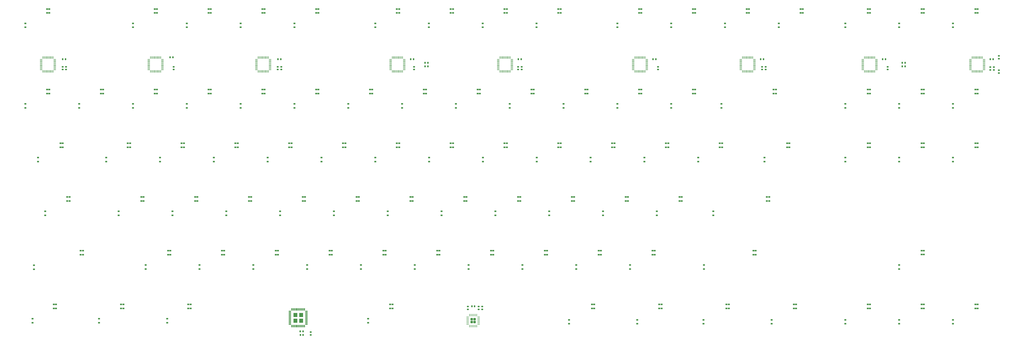
<source format=gtp>
G04 #@! TF.GenerationSoftware,KiCad,Pcbnew,(6.0.5)*
G04 #@! TF.CreationDate,2022-10-12T22:06:10+02:00*
G04 #@! TF.ProjectId,vakeyboard,76616b65-7962-46f6-9172-642e6b696361,rev?*
G04 #@! TF.SameCoordinates,Original*
G04 #@! TF.FileFunction,Paste,Top*
G04 #@! TF.FilePolarity,Positive*
%FSLAX46Y46*%
G04 Gerber Fmt 4.6, Leading zero omitted, Abs format (unit mm)*
G04 Created by KiCad (PCBNEW (6.0.5)) date 2022-10-12 22:06:10*
%MOMM*%
%LPD*%
G01*
G04 APERTURE LIST*
G04 Aperture macros list*
%AMRoundRect*
0 Rectangle with rounded corners*
0 $1 Rounding radius*
0 $2 $3 $4 $5 $6 $7 $8 $9 X,Y pos of 4 corners*
0 Add a 4 corners polygon primitive as box body*
4,1,4,$2,$3,$4,$5,$6,$7,$8,$9,$2,$3,0*
0 Add four circle primitives for the rounded corners*
1,1,$1+$1,$2,$3*
1,1,$1+$1,$4,$5*
1,1,$1+$1,$6,$7*
1,1,$1+$1,$8,$9*
0 Add four rect primitives between the rounded corners*
20,1,$1+$1,$2,$3,$4,$5,0*
20,1,$1+$1,$4,$5,$6,$7,0*
20,1,$1+$1,$6,$7,$8,$9,0*
20,1,$1+$1,$8,$9,$2,$3,0*%
G04 Aperture macros list end*
%ADD10C,0.010000*%
%ADD11RoundRect,0.008100X0.421900X0.126900X-0.421900X0.126900X-0.421900X-0.126900X0.421900X-0.126900X0*%
%ADD12RoundRect,0.008100X-0.126900X0.421900X-0.126900X-0.421900X0.126900X-0.421900X0.126900X0.421900X0*%
%ADD13RoundRect,0.135000X-0.185000X0.135000X-0.185000X-0.135000X0.185000X-0.135000X0.185000X0.135000X0*%
%ADD14R,0.700000X0.600000*%
%ADD15R,0.650000X0.600000*%
%ADD16RoundRect,0.140000X-0.170000X0.140000X-0.170000X-0.140000X0.170000X-0.140000X0.170000X0.140000X0*%
%ADD17RoundRect,0.135000X0.185000X-0.135000X0.185000X0.135000X-0.185000X0.135000X-0.185000X-0.135000X0*%
%ADD18RoundRect,0.062500X-0.350000X-0.062500X0.350000X-0.062500X0.350000X0.062500X-0.350000X0.062500X0*%
%ADD19RoundRect,0.062500X-0.062500X-0.350000X0.062500X-0.350000X0.062500X0.350000X-0.062500X0.350000X0*%
%ADD20RoundRect,0.135000X0.135000X0.185000X-0.135000X0.185000X-0.135000X-0.185000X0.135000X-0.185000X0*%
%ADD21RoundRect,0.212500X-0.212500X-0.212500X0.212500X-0.212500X0.212500X0.212500X-0.212500X0.212500X0*%
%ADD22RoundRect,0.062500X-0.375000X-0.062500X0.375000X-0.062500X0.375000X0.062500X-0.375000X0.062500X0*%
%ADD23RoundRect,0.062500X-0.062500X-0.375000X0.062500X-0.375000X0.062500X0.375000X-0.062500X0.375000X0*%
%ADD24RoundRect,0.135000X-0.135000X-0.185000X0.135000X-0.185000X0.135000X0.185000X-0.135000X0.185000X0*%
%ADD25RoundRect,0.140000X0.140000X0.170000X-0.140000X0.170000X-0.140000X-0.170000X0.140000X-0.170000X0*%
%ADD26RoundRect,0.140000X-0.140000X-0.170000X0.140000X-0.170000X0.140000X0.170000X-0.140000X0.170000X0*%
G04 APERTURE END LIST*
G36*
X124994000Y-198655000D02*
G01*
X123694000Y-198655000D01*
X123694000Y-197355000D01*
X124994000Y-197355000D01*
X124994000Y-198655000D01*
G37*
D10*
X124994000Y-198655000D02*
X123694000Y-198655000D01*
X123694000Y-197355000D01*
X124994000Y-197355000D01*
X124994000Y-198655000D01*
G36*
X124994000Y-200705000D02*
G01*
X123694000Y-200705000D01*
X123694000Y-199405000D01*
X124994000Y-199405000D01*
X124994000Y-200705000D01*
G37*
X124994000Y-200705000D02*
X123694000Y-200705000D01*
X123694000Y-199405000D01*
X124994000Y-199405000D01*
X124994000Y-200705000D01*
G36*
X127044000Y-200705000D02*
G01*
X125744000Y-200705000D01*
X125744000Y-199405000D01*
X127044000Y-199405000D01*
X127044000Y-200705000D01*
G37*
X127044000Y-200705000D02*
X125744000Y-200705000D01*
X125744000Y-199405000D01*
X127044000Y-199405000D01*
X127044000Y-200705000D01*
G36*
X127044000Y-198655000D02*
G01*
X125744000Y-198655000D01*
X125744000Y-197355000D01*
X127044000Y-197355000D01*
X127044000Y-198655000D01*
G37*
X127044000Y-198655000D02*
X125744000Y-198655000D01*
X125744000Y-197355000D01*
X127044000Y-197355000D01*
X127044000Y-198655000D01*
D11*
X128304000Y-201280000D03*
X128304000Y-200780000D03*
X128304000Y-200280000D03*
X128304000Y-199780000D03*
X128304000Y-199280000D03*
X128304000Y-198780000D03*
X128304000Y-198280000D03*
X128304000Y-197780000D03*
X128304000Y-197280000D03*
X128304000Y-196780000D03*
D12*
X127619000Y-196095000D03*
X127119000Y-196095000D03*
X126619000Y-196095000D03*
X126119000Y-196095000D03*
X125619000Y-196095000D03*
X125119000Y-196095000D03*
X124619000Y-196095000D03*
X124119000Y-196095000D03*
X123619000Y-196095000D03*
X123119000Y-196095000D03*
D11*
X122434000Y-196780000D03*
X122434000Y-197280000D03*
X122434000Y-197780000D03*
X122434000Y-198280000D03*
X122434000Y-198780000D03*
X122434000Y-199280000D03*
X122434000Y-199780000D03*
X122434000Y-200280000D03*
X122434000Y-200780000D03*
X122434000Y-201280000D03*
D12*
X123119000Y-201965000D03*
X123619000Y-201965000D03*
X124119000Y-201965000D03*
X124619000Y-201965000D03*
X125119000Y-201965000D03*
X125619000Y-201965000D03*
X126119000Y-201965000D03*
X126619000Y-201965000D03*
X127119000Y-201965000D03*
X127619000Y-201965000D03*
D13*
X129814000Y-204108000D03*
X129814000Y-205128000D03*
D14*
X223774000Y-180355000D03*
X223774000Y-181755000D03*
X204724000Y-180355000D03*
X204724000Y-181755000D03*
X47874000Y-123205000D03*
X47874000Y-124605000D03*
X66924000Y-123205000D03*
X66924000Y-124605000D03*
X85974000Y-123205000D03*
X85974000Y-124605000D03*
X105024000Y-123205000D03*
X105024000Y-124605000D03*
X124074000Y-123205000D03*
X124074000Y-124605000D03*
X143124000Y-123205000D03*
X143124000Y-124605000D03*
X162174000Y-123205000D03*
X162174000Y-124605000D03*
X181224000Y-123205000D03*
X181224000Y-124605000D03*
X200274000Y-123205000D03*
X200274000Y-124605000D03*
X219324000Y-123205000D03*
X219324000Y-124605000D03*
X252359000Y-161305000D03*
X252359000Y-162705000D03*
X242824000Y-180355000D03*
X242824000Y-181755000D03*
X233309000Y-161305000D03*
X233309000Y-162705000D03*
X247909000Y-142255000D03*
X247909000Y-143655000D03*
X290454000Y-142255000D03*
X290454000Y-143655000D03*
X266959000Y-142255000D03*
X266959000Y-143655000D03*
X61859000Y-161305000D03*
X61859000Y-162705000D03*
X147574000Y-180355000D03*
X147574000Y-181755000D03*
X275209000Y-123205000D03*
X275209000Y-124605000D03*
X109474000Y-180355000D03*
X109474000Y-181755000D03*
X35819000Y-161305000D03*
X35819000Y-162705000D03*
X99959000Y-161305000D03*
X99959000Y-162705000D03*
X319019000Y-142255000D03*
X319019000Y-143655000D03*
X338069000Y-199753000D03*
X338069000Y-201153000D03*
X95509000Y-142255000D03*
X95509000Y-143655000D03*
X338069000Y-142255000D03*
X338069000Y-143655000D03*
X272288000Y-161305000D03*
X272288000Y-162705000D03*
X257424000Y-123205000D03*
X257424000Y-124605000D03*
X28824000Y-94630000D03*
X28824000Y-96030000D03*
X66919000Y-94630000D03*
X66919000Y-96030000D03*
X85974000Y-94630000D03*
X85974000Y-96030000D03*
X105024000Y-94630000D03*
X105024000Y-96030000D03*
X124074000Y-94630000D03*
X124074000Y-96030000D03*
X152659000Y-94630000D03*
X152659000Y-96030000D03*
X171684000Y-94630000D03*
X171684000Y-96030000D03*
X190734000Y-94630000D03*
X190734000Y-96030000D03*
X209784000Y-94630000D03*
X209784000Y-96030000D03*
X238394000Y-94630000D03*
X238394000Y-96030000D03*
X257439000Y-94630000D03*
X257439000Y-96030000D03*
X276489000Y-94630000D03*
X276489000Y-96030000D03*
X295539000Y-94630000D03*
X295539000Y-96030000D03*
X119009000Y-161305000D03*
X119009000Y-162705000D03*
X268864000Y-199753000D03*
X268864000Y-201153000D03*
X138059000Y-161305000D03*
X138059000Y-162705000D03*
X157109000Y-161305000D03*
X157109000Y-162705000D03*
X338069000Y-123205000D03*
X338069000Y-124605000D03*
X190759000Y-142255000D03*
X190759000Y-143655000D03*
X319019000Y-123205000D03*
X319019000Y-124605000D03*
X176159000Y-161305000D03*
X176159000Y-162705000D03*
X195209000Y-161305000D03*
X195209000Y-162705000D03*
X214259000Y-161305000D03*
X214259000Y-162705000D03*
X54869000Y-199405000D03*
X54869000Y-200805000D03*
X31374000Y-199405000D03*
X31374000Y-200805000D03*
X319019000Y-199753000D03*
X319019000Y-201153000D03*
X31877000Y-180402000D03*
X31877000Y-181802000D03*
X78999000Y-199405000D03*
X78999000Y-200805000D03*
X185674000Y-180355000D03*
X185674000Y-181755000D03*
X238374000Y-123205000D03*
X238374000Y-124605000D03*
X166624000Y-180355000D03*
X166624000Y-181755000D03*
X209809000Y-142255000D03*
X209809000Y-143655000D03*
X228859000Y-142255000D03*
X228859000Y-143655000D03*
X357119000Y-94630000D03*
X357119000Y-96030000D03*
X357119000Y-142255000D03*
X357119000Y-143655000D03*
X357119000Y-123205000D03*
X357119000Y-124605000D03*
X319019000Y-94630000D03*
X319019000Y-96030000D03*
X57409000Y-142255000D03*
X57409000Y-143655000D03*
X114559000Y-142255000D03*
X114559000Y-143655000D03*
X245369000Y-199753000D03*
X245369000Y-201153000D03*
X292994000Y-199753000D03*
X292994000Y-201153000D03*
X357119000Y-199753000D03*
X357119000Y-201153000D03*
X268986000Y-180355000D03*
X268986000Y-181755000D03*
X221239000Y-199753000D03*
X221239000Y-201153000D03*
X80909000Y-161305000D03*
X80909000Y-162705000D03*
X338069000Y-94630000D03*
X338069000Y-96030000D03*
X150119000Y-199405000D03*
X150119000Y-200805000D03*
X133609000Y-142255000D03*
X133609000Y-143655000D03*
X33274000Y-142255000D03*
X33274000Y-143655000D03*
X28824000Y-123205000D03*
X28824000Y-124605000D03*
X171709000Y-142255000D03*
X171709000Y-143655000D03*
X338069000Y-180355000D03*
X338069000Y-181755000D03*
X128524000Y-180355000D03*
X128524000Y-181755000D03*
X76459000Y-142255000D03*
X76459000Y-143655000D03*
X90424000Y-180355000D03*
X90424000Y-181755000D03*
X152659000Y-142255000D03*
X152659000Y-143655000D03*
X71374000Y-180355000D03*
X71374000Y-181755000D03*
D15*
X231765000Y-175270000D03*
X231765000Y-176670000D03*
X232565000Y-175270000D03*
X232565000Y-176670000D03*
X260345000Y-156220000D03*
X260345000Y-157620000D03*
X261145000Y-156220000D03*
X261145000Y-157620000D03*
X250815000Y-175270000D03*
X250815000Y-176670000D03*
X251615000Y-175270000D03*
X251615000Y-176670000D03*
X241295000Y-156220000D03*
X241295000Y-157620000D03*
X242095000Y-156220000D03*
X242095000Y-157620000D03*
X255580000Y-137170000D03*
X255580000Y-138570000D03*
X256380000Y-137170000D03*
X256380000Y-138570000D03*
X298445000Y-137170000D03*
X298445000Y-138570000D03*
X299245000Y-137170000D03*
X299245000Y-138570000D03*
X274630000Y-137170000D03*
X274630000Y-138570000D03*
X275430000Y-137170000D03*
X275430000Y-138570000D03*
X69845000Y-156220000D03*
X69845000Y-157620000D03*
X70645000Y-156220000D03*
X70645000Y-157620000D03*
X155565000Y-175270000D03*
X155565000Y-176670000D03*
X156365000Y-175270000D03*
X156365000Y-176670000D03*
X293680000Y-118120000D03*
X293680000Y-119520000D03*
X294480000Y-118120000D03*
X294480000Y-119520000D03*
X117465000Y-175270000D03*
X117465000Y-176670000D03*
X118265000Y-175270000D03*
X118265000Y-176670000D03*
X43650000Y-156220000D03*
X43650000Y-157620000D03*
X44450000Y-156220000D03*
X44450000Y-157620000D03*
X212715000Y-175270000D03*
X212715000Y-176670000D03*
X213515000Y-175270000D03*
X213515000Y-176670000D03*
X107945000Y-156220000D03*
X107945000Y-157620000D03*
X108745000Y-156220000D03*
X108745000Y-157620000D03*
X327000000Y-137170000D03*
X327000000Y-138570000D03*
X327800000Y-137170000D03*
X327800000Y-138570000D03*
X346050000Y-194320000D03*
X346050000Y-195720000D03*
X346850000Y-194320000D03*
X346850000Y-195720000D03*
X103180000Y-137170000D03*
X103180000Y-138570000D03*
X103980000Y-137170000D03*
X103980000Y-138570000D03*
X188900000Y-118120000D03*
X188900000Y-119520000D03*
X189700000Y-118120000D03*
X189700000Y-119520000D03*
X346050000Y-137170000D03*
X346050000Y-138570000D03*
X346850000Y-137170000D03*
X346850000Y-138570000D03*
X291300000Y-156220000D03*
X291300000Y-157620000D03*
X292100000Y-156220000D03*
X292100000Y-157620000D03*
X265100000Y-118120000D03*
X265100000Y-119520000D03*
X265900000Y-118120000D03*
X265900000Y-119520000D03*
X36500000Y-89550000D03*
X36500000Y-90950000D03*
X37300000Y-89550000D03*
X37300000Y-90950000D03*
X74600000Y-89550000D03*
X74600000Y-90950000D03*
X75400000Y-89550000D03*
X75400000Y-90950000D03*
X93650000Y-89550000D03*
X93650000Y-90950000D03*
X94450000Y-89550000D03*
X94450000Y-90950000D03*
X112700000Y-89550000D03*
X112700000Y-90950000D03*
X113500000Y-89550000D03*
X113500000Y-90950000D03*
X131750000Y-89550000D03*
X131750000Y-90950000D03*
X132550000Y-89550000D03*
X132550000Y-90950000D03*
X160327500Y-89550000D03*
X160327500Y-90950000D03*
X161127500Y-89550000D03*
X161127500Y-90950000D03*
X179377500Y-89550000D03*
X179377500Y-90950000D03*
X180177500Y-89550000D03*
X180177500Y-90950000D03*
X198427500Y-89550000D03*
X198427500Y-90950000D03*
X199227500Y-89550000D03*
X199227500Y-90950000D03*
X217477500Y-89550000D03*
X217477500Y-90950000D03*
X218277500Y-89550000D03*
X218277500Y-90950000D03*
X246055000Y-89550000D03*
X246055000Y-90950000D03*
X246855000Y-89550000D03*
X246855000Y-90950000D03*
X265105000Y-89550000D03*
X265105000Y-90950000D03*
X265905000Y-89550000D03*
X265905000Y-90950000D03*
X284155000Y-89550000D03*
X284155000Y-90950000D03*
X284955000Y-89550000D03*
X284955000Y-90950000D03*
X303205000Y-89550000D03*
X303205000Y-90950000D03*
X304005000Y-89550000D03*
X304005000Y-90950000D03*
X126995000Y-156220000D03*
X126995000Y-157620000D03*
X127795000Y-156220000D03*
X127795000Y-157620000D03*
X131750000Y-118120000D03*
X131750000Y-119520000D03*
X132550000Y-118120000D03*
X132550000Y-119520000D03*
X277010000Y-194320000D03*
X277010000Y-195720000D03*
X277810000Y-194320000D03*
X277810000Y-195720000D03*
X112700000Y-118120000D03*
X112700000Y-119520000D03*
X113500000Y-118120000D03*
X113500000Y-119520000D03*
X146045000Y-156220000D03*
X146045000Y-157620000D03*
X146845000Y-156220000D03*
X146845000Y-157620000D03*
X165095000Y-156220000D03*
X165095000Y-157620000D03*
X165895000Y-156220000D03*
X165895000Y-157620000D03*
X346050000Y-118120000D03*
X346050000Y-119520000D03*
X346850000Y-118120000D03*
X346850000Y-119520000D03*
X198430000Y-137170000D03*
X198430000Y-138570000D03*
X199230000Y-137170000D03*
X199230000Y-138570000D03*
X327000000Y-118120000D03*
X327000000Y-119520000D03*
X327800000Y-118120000D03*
X327800000Y-119520000D03*
X184145000Y-156220000D03*
X184145000Y-157620000D03*
X184945000Y-156220000D03*
X184945000Y-157620000D03*
X203195000Y-156220000D03*
X203195000Y-157620000D03*
X203995000Y-156220000D03*
X203995000Y-157620000D03*
X222245000Y-156220000D03*
X222245000Y-157620000D03*
X223045000Y-156220000D03*
X223045000Y-157620000D03*
X62700000Y-194320000D03*
X62700000Y-195720000D03*
X63500000Y-194320000D03*
X63500000Y-195720000D03*
X38890000Y-194320000D03*
X38890000Y-195720000D03*
X39690000Y-194320000D03*
X39690000Y-195720000D03*
X327000000Y-194320000D03*
X327000000Y-195720000D03*
X327800000Y-194320000D03*
X327800000Y-195720000D03*
X48410000Y-175270000D03*
X48410000Y-176670000D03*
X49210000Y-175270000D03*
X49210000Y-176670000D03*
X86510000Y-194320000D03*
X86510000Y-195720000D03*
X87310000Y-194320000D03*
X87310000Y-195720000D03*
X193665000Y-175270000D03*
X193665000Y-176670000D03*
X194465000Y-175270000D03*
X194465000Y-176670000D03*
X246050000Y-118120000D03*
X246050000Y-119520000D03*
X246850000Y-118120000D03*
X246850000Y-119520000D03*
X174615000Y-175270000D03*
X174615000Y-176670000D03*
X175415000Y-175270000D03*
X175415000Y-176670000D03*
X207950000Y-118120000D03*
X207950000Y-119520000D03*
X208750000Y-118120000D03*
X208750000Y-119520000D03*
X217480000Y-137170000D03*
X217480000Y-138570000D03*
X218280000Y-137170000D03*
X218280000Y-138570000D03*
X55550000Y-118120000D03*
X55550000Y-119520000D03*
X56350000Y-118120000D03*
X56350000Y-119520000D03*
X236530000Y-137170000D03*
X236530000Y-138570000D03*
X237330000Y-137170000D03*
X237330000Y-138570000D03*
X365100000Y-89550000D03*
X365100000Y-90950000D03*
X365900000Y-89550000D03*
X365900000Y-90950000D03*
X365100000Y-137170000D03*
X365100000Y-138570000D03*
X365900000Y-137170000D03*
X365900000Y-138570000D03*
X365100000Y-118120000D03*
X365100000Y-119520000D03*
X365900000Y-118120000D03*
X365900000Y-119520000D03*
X327000000Y-89550000D03*
X327000000Y-90950000D03*
X327800000Y-89550000D03*
X327800000Y-90950000D03*
X65080000Y-137170000D03*
X65080000Y-138570000D03*
X65880000Y-137170000D03*
X65880000Y-138570000D03*
X122230000Y-137170000D03*
X122230000Y-138570000D03*
X123030000Y-137170000D03*
X123030000Y-138570000D03*
X253200000Y-194320000D03*
X253200000Y-195720000D03*
X254000000Y-194320000D03*
X254000000Y-195720000D03*
X300820000Y-194320000D03*
X300820000Y-195720000D03*
X301620000Y-194320000D03*
X301620000Y-195720000D03*
X286535000Y-175270000D03*
X286535000Y-176670000D03*
X287335000Y-175270000D03*
X287335000Y-176670000D03*
X229390000Y-194320000D03*
X229390000Y-195720000D03*
X230190000Y-194320000D03*
X230190000Y-195720000D03*
X88895000Y-156220000D03*
X88895000Y-157620000D03*
X89695000Y-156220000D03*
X89695000Y-157620000D03*
X346050000Y-89550000D03*
X346050000Y-90950000D03*
X346850000Y-89550000D03*
X346850000Y-90950000D03*
X169850000Y-118120000D03*
X169850000Y-119520000D03*
X170650000Y-118120000D03*
X170650000Y-119520000D03*
X150800000Y-118120000D03*
X150800000Y-119520000D03*
X151600000Y-118120000D03*
X151600000Y-119520000D03*
X157950000Y-194320000D03*
X157950000Y-195720000D03*
X158750000Y-194320000D03*
X158750000Y-195720000D03*
X141280000Y-137170000D03*
X141280000Y-138570000D03*
X142080000Y-137170000D03*
X142080000Y-138570000D03*
X41265000Y-137170000D03*
X41265000Y-138570000D03*
X42065000Y-137170000D03*
X42065000Y-138570000D03*
X93650000Y-118120000D03*
X93650000Y-119520000D03*
X94450000Y-118120000D03*
X94450000Y-119520000D03*
X36500000Y-118120000D03*
X36500000Y-119520000D03*
X37300000Y-118120000D03*
X37300000Y-119520000D03*
X74600000Y-118120000D03*
X74600000Y-119520000D03*
X75400000Y-118120000D03*
X75400000Y-119520000D03*
X179380000Y-137170000D03*
X179380000Y-138570000D03*
X180180000Y-137170000D03*
X180180000Y-138570000D03*
X346050000Y-175230000D03*
X346050000Y-176630000D03*
X346850000Y-175230000D03*
X346850000Y-176630000D03*
X136515000Y-175270000D03*
X136515000Y-176670000D03*
X137315000Y-175270000D03*
X137315000Y-176670000D03*
X84130000Y-137170000D03*
X84130000Y-138570000D03*
X84930000Y-137170000D03*
X84930000Y-138570000D03*
X98415000Y-175270000D03*
X98415000Y-176670000D03*
X99215000Y-175270000D03*
X99215000Y-176670000D03*
X160330000Y-137170000D03*
X160330000Y-138570000D03*
X161130000Y-137170000D03*
X161130000Y-138570000D03*
X79365000Y-175270000D03*
X79365000Y-176670000D03*
X80165000Y-175270000D03*
X80165000Y-176670000D03*
X227000000Y-118120000D03*
X227000000Y-119520000D03*
X227800000Y-118120000D03*
X227800000Y-119520000D03*
X365100000Y-194320000D03*
X365100000Y-195720000D03*
X365900000Y-194320000D03*
X365900000Y-195720000D03*
D16*
X290830000Y-110010000D03*
X290830000Y-110970000D03*
D17*
X373380000Y-112270000D03*
X373380000Y-111250000D03*
D18*
X158062500Y-107420000D03*
X158062500Y-107820000D03*
X158062500Y-108220000D03*
X158062500Y-108620000D03*
X158062500Y-109020000D03*
X158062500Y-109420000D03*
X158062500Y-109820000D03*
X158062500Y-110220000D03*
X158062500Y-110620000D03*
X158062500Y-111020000D03*
D19*
X158700000Y-111657500D03*
X159100000Y-111657500D03*
X159500000Y-111657500D03*
X159900000Y-111657500D03*
X160300000Y-111657500D03*
X160700000Y-111657500D03*
X161100000Y-111657500D03*
X161500000Y-111657500D03*
X161900000Y-111657500D03*
X162300000Y-111657500D03*
D18*
X162937500Y-111020000D03*
X162937500Y-110620000D03*
X162937500Y-110220000D03*
X162937500Y-109820000D03*
X162937500Y-109420000D03*
X162937500Y-109020000D03*
X162937500Y-108620000D03*
X162937500Y-108220000D03*
X162937500Y-107820000D03*
X162937500Y-107420000D03*
D19*
X162300000Y-106782500D03*
X161900000Y-106782500D03*
X161500000Y-106782500D03*
X161100000Y-106782500D03*
X160700000Y-106782500D03*
X160300000Y-106782500D03*
X159900000Y-106782500D03*
X159500000Y-106782500D03*
X159100000Y-106782500D03*
X158700000Y-106782500D03*
D16*
X334010000Y-110010000D03*
X334010000Y-110970000D03*
D20*
X290070000Y-107315000D03*
X289050000Y-107315000D03*
D18*
X363322500Y-107420000D03*
X363322500Y-107820000D03*
X363322500Y-108220000D03*
X363322500Y-108620000D03*
X363322500Y-109020000D03*
X363322500Y-109420000D03*
X363322500Y-109820000D03*
X363322500Y-110220000D03*
X363322500Y-110620000D03*
X363322500Y-111020000D03*
D19*
X363960000Y-111657500D03*
X364360000Y-111657500D03*
X364760000Y-111657500D03*
X365160000Y-111657500D03*
X365560000Y-111657500D03*
X365960000Y-111657500D03*
X366360000Y-111657500D03*
X366760000Y-111657500D03*
X367160000Y-111657500D03*
X367560000Y-111657500D03*
D18*
X368197500Y-111020000D03*
X368197500Y-110620000D03*
X368197500Y-110220000D03*
X368197500Y-109820000D03*
X368197500Y-109420000D03*
X368197500Y-109020000D03*
X368197500Y-108620000D03*
X368197500Y-108220000D03*
X368197500Y-107820000D03*
X368197500Y-107420000D03*
D19*
X367560000Y-106782500D03*
X367160000Y-106782500D03*
X366760000Y-106782500D03*
X366360000Y-106782500D03*
X365960000Y-106782500D03*
X365560000Y-106782500D03*
X365160000Y-106782500D03*
X364760000Y-106782500D03*
X364360000Y-106782500D03*
X363960000Y-106782500D03*
D13*
X190500000Y-195070000D03*
X190500000Y-196090000D03*
D21*
X186800000Y-199500000D03*
X186800000Y-200550000D03*
X187850000Y-199500000D03*
X187850000Y-200550000D03*
D22*
X185387500Y-198775000D03*
X185387500Y-199275000D03*
X185387500Y-199775000D03*
X185387500Y-200275000D03*
X185387500Y-200775000D03*
X185387500Y-201275000D03*
D23*
X186075000Y-201962500D03*
X186575000Y-201962500D03*
X187075000Y-201962500D03*
X187575000Y-201962500D03*
X188075000Y-201962500D03*
X188575000Y-201962500D03*
D22*
X189262500Y-201275000D03*
X189262500Y-200775000D03*
X189262500Y-200275000D03*
X189262500Y-199775000D03*
X189262500Y-199275000D03*
X189262500Y-198775000D03*
D23*
X188575000Y-198087500D03*
X188075000Y-198087500D03*
X187575000Y-198087500D03*
X187075000Y-198087500D03*
X186575000Y-198087500D03*
X186075000Y-198087500D03*
D13*
X185420000Y-195070000D03*
X185420000Y-196090000D03*
D16*
X118110000Y-110010000D03*
X118110000Y-110970000D03*
D18*
X34392500Y-107420000D03*
X34392500Y-107820000D03*
X34392500Y-108220000D03*
X34392500Y-108620000D03*
X34392500Y-109020000D03*
X34392500Y-109420000D03*
X34392500Y-109820000D03*
X34392500Y-110220000D03*
X34392500Y-110620000D03*
X34392500Y-111020000D03*
D19*
X35030000Y-111657500D03*
X35430000Y-111657500D03*
X35830000Y-111657500D03*
X36230000Y-111657500D03*
X36630000Y-111657500D03*
X37030000Y-111657500D03*
X37430000Y-111657500D03*
X37830000Y-111657500D03*
X38230000Y-111657500D03*
X38630000Y-111657500D03*
D18*
X39267500Y-111020000D03*
X39267500Y-110620000D03*
X39267500Y-110220000D03*
X39267500Y-109820000D03*
X39267500Y-109420000D03*
X39267500Y-109020000D03*
X39267500Y-108620000D03*
X39267500Y-108220000D03*
X39267500Y-107820000D03*
X39267500Y-107420000D03*
D19*
X38630000Y-106782500D03*
X38230000Y-106782500D03*
X37830000Y-106782500D03*
X37430000Y-106782500D03*
X37030000Y-106782500D03*
X36630000Y-106782500D03*
X36230000Y-106782500D03*
X35830000Y-106782500D03*
X35430000Y-106782500D03*
X35030000Y-106782500D03*
D24*
X170305000Y-109855000D03*
X171325000Y-109855000D03*
D13*
X373380000Y-106170000D03*
X373380000Y-107190000D03*
D20*
X251970000Y-107315000D03*
X250950000Y-107315000D03*
D16*
X166370000Y-110010000D03*
X166370000Y-110970000D03*
D18*
X325222500Y-107420000D03*
X325222500Y-107820000D03*
X325222500Y-108220000D03*
X325222500Y-108620000D03*
X325222500Y-109020000D03*
X325222500Y-109420000D03*
X325222500Y-109820000D03*
X325222500Y-110220000D03*
X325222500Y-110620000D03*
X325222500Y-111020000D03*
D19*
X325860000Y-111657500D03*
X326260000Y-111657500D03*
X326660000Y-111657500D03*
X327060000Y-111657500D03*
X327460000Y-111657500D03*
X327860000Y-111657500D03*
X328260000Y-111657500D03*
X328660000Y-111657500D03*
X329060000Y-111657500D03*
X329460000Y-111657500D03*
D18*
X330097500Y-111020000D03*
X330097500Y-110620000D03*
X330097500Y-110220000D03*
X330097500Y-109820000D03*
X330097500Y-109420000D03*
X330097500Y-109020000D03*
X330097500Y-108620000D03*
X330097500Y-108220000D03*
X330097500Y-107820000D03*
X330097500Y-107420000D03*
D19*
X329460000Y-106782500D03*
X329060000Y-106782500D03*
X328660000Y-106782500D03*
X328260000Y-106782500D03*
X327860000Y-106782500D03*
X327460000Y-106782500D03*
X327060000Y-106782500D03*
X326660000Y-106782500D03*
X326260000Y-106782500D03*
X325860000Y-106782500D03*
D20*
X340235000Y-108585000D03*
X339215000Y-108585000D03*
D25*
X187825000Y-194966000D03*
X186865000Y-194966000D03*
D16*
X204470000Y-110010000D03*
X204470000Y-110970000D03*
D20*
X204345000Y-107315000D03*
X203325000Y-107315000D03*
D16*
X203200000Y-110010000D03*
X203200000Y-110970000D03*
D20*
X43055000Y-107315000D03*
X42035000Y-107315000D03*
D16*
X81280000Y-110010000D03*
X81280000Y-110970000D03*
X371650000Y-110150000D03*
X371650000Y-111110000D03*
D18*
X196182500Y-107420000D03*
X196182500Y-107820000D03*
X196182500Y-108220000D03*
X196182500Y-108620000D03*
X196182500Y-109020000D03*
X196182500Y-109420000D03*
X196182500Y-109820000D03*
X196182500Y-110220000D03*
X196182500Y-110620000D03*
X196182500Y-111020000D03*
D19*
X196820000Y-111657500D03*
X197220000Y-111657500D03*
X197620000Y-111657500D03*
X198020000Y-111657500D03*
X198420000Y-111657500D03*
X198820000Y-111657500D03*
X199220000Y-111657500D03*
X199620000Y-111657500D03*
X200020000Y-111657500D03*
X200420000Y-111657500D03*
D18*
X201057500Y-111020000D03*
X201057500Y-110620000D03*
X201057500Y-110220000D03*
X201057500Y-109820000D03*
X201057500Y-109420000D03*
X201057500Y-109020000D03*
X201057500Y-108620000D03*
X201057500Y-108220000D03*
X201057500Y-107820000D03*
X201057500Y-107420000D03*
D19*
X200420000Y-106782500D03*
X200020000Y-106782500D03*
X199620000Y-106782500D03*
X199220000Y-106782500D03*
X198820000Y-106782500D03*
X198420000Y-106782500D03*
X198020000Y-106782500D03*
X197620000Y-106782500D03*
X197220000Y-106782500D03*
X196820000Y-106782500D03*
D20*
X333250000Y-107315000D03*
X332230000Y-107315000D03*
X171325000Y-108585000D03*
X170305000Y-108585000D03*
D18*
X110592500Y-107420000D03*
X110592500Y-107820000D03*
X110592500Y-108220000D03*
X110592500Y-108620000D03*
X110592500Y-109020000D03*
X110592500Y-109420000D03*
X110592500Y-109820000D03*
X110592500Y-110220000D03*
X110592500Y-110620000D03*
X110592500Y-111020000D03*
D19*
X111230000Y-111657500D03*
X111630000Y-111657500D03*
X112030000Y-111657500D03*
X112430000Y-111657500D03*
X112830000Y-111657500D03*
X113230000Y-111657500D03*
X113630000Y-111657500D03*
X114030000Y-111657500D03*
X114430000Y-111657500D03*
X114830000Y-111657500D03*
D18*
X115467500Y-111020000D03*
X115467500Y-110620000D03*
X115467500Y-110220000D03*
X115467500Y-109820000D03*
X115467500Y-109420000D03*
X115467500Y-109020000D03*
X115467500Y-108620000D03*
X115467500Y-108220000D03*
X115467500Y-107820000D03*
X115467500Y-107420000D03*
D19*
X114830000Y-106782500D03*
X114430000Y-106782500D03*
X114030000Y-106782500D03*
X113630000Y-106782500D03*
X113230000Y-106782500D03*
X112830000Y-106782500D03*
X112430000Y-106782500D03*
X112030000Y-106782500D03*
X111630000Y-106782500D03*
X111230000Y-106782500D03*
D20*
X81030000Y-106680000D03*
X80010000Y-106680000D03*
D18*
X72492500Y-107420000D03*
X72492500Y-107820000D03*
X72492500Y-108220000D03*
X72492500Y-108620000D03*
X72492500Y-109020000D03*
X72492500Y-109420000D03*
X72492500Y-109820000D03*
X72492500Y-110220000D03*
X72492500Y-110620000D03*
X72492500Y-111020000D03*
D19*
X73130000Y-111657500D03*
X73530000Y-111657500D03*
X73930000Y-111657500D03*
X74330000Y-111657500D03*
X74730000Y-111657500D03*
X75130000Y-111657500D03*
X75530000Y-111657500D03*
X75930000Y-111657500D03*
X76330000Y-111657500D03*
X76730000Y-111657500D03*
D18*
X77367500Y-111020000D03*
X77367500Y-110620000D03*
X77367500Y-110220000D03*
X77367500Y-109820000D03*
X77367500Y-109420000D03*
X77367500Y-109020000D03*
X77367500Y-108620000D03*
X77367500Y-108220000D03*
X77367500Y-107820000D03*
X77367500Y-107420000D03*
D19*
X76730000Y-106782500D03*
X76330000Y-106782500D03*
X75930000Y-106782500D03*
X75530000Y-106782500D03*
X75130000Y-106782500D03*
X74730000Y-106782500D03*
X74330000Y-106782500D03*
X73930000Y-106782500D03*
X73530000Y-106782500D03*
X73130000Y-106782500D03*
D20*
X127149000Y-203856000D03*
X126129000Y-203856000D03*
D16*
X370380000Y-110150000D03*
X370380000Y-111110000D03*
D20*
X119255000Y-107315000D03*
X118235000Y-107315000D03*
D18*
X243942500Y-107420000D03*
X243942500Y-107820000D03*
X243942500Y-108220000D03*
X243942500Y-108620000D03*
X243942500Y-109020000D03*
X243942500Y-109420000D03*
X243942500Y-109820000D03*
X243942500Y-110220000D03*
X243942500Y-110620000D03*
X243942500Y-111020000D03*
D19*
X244580000Y-111657500D03*
X244980000Y-111657500D03*
X245380000Y-111657500D03*
X245780000Y-111657500D03*
X246180000Y-111657500D03*
X246580000Y-111657500D03*
X246980000Y-111657500D03*
X247380000Y-111657500D03*
X247780000Y-111657500D03*
X248180000Y-111657500D03*
D18*
X248817500Y-111020000D03*
X248817500Y-110620000D03*
X248817500Y-110220000D03*
X248817500Y-109820000D03*
X248817500Y-109420000D03*
X248817500Y-109020000D03*
X248817500Y-108620000D03*
X248817500Y-108220000D03*
X248817500Y-107820000D03*
X248817500Y-107420000D03*
D19*
X248180000Y-106782500D03*
X247780000Y-106782500D03*
X247380000Y-106782500D03*
X246980000Y-106782500D03*
X246580000Y-106782500D03*
X246180000Y-106782500D03*
X245780000Y-106782500D03*
X245380000Y-106782500D03*
X244980000Y-106782500D03*
X244580000Y-106782500D03*
D16*
X119380000Y-110010000D03*
X119380000Y-110970000D03*
X252730000Y-110010000D03*
X252730000Y-110970000D03*
D20*
X371350000Y-107315000D03*
X370330000Y-107315000D03*
X166245000Y-107315000D03*
X165225000Y-107315000D03*
D16*
X43180000Y-110010000D03*
X43180000Y-110970000D03*
X42057000Y-110031000D03*
X42057000Y-110991000D03*
D17*
X189230000Y-196090000D03*
X189230000Y-195070000D03*
D16*
X289560000Y-110010000D03*
X289560000Y-110970000D03*
D18*
X282042500Y-107420000D03*
X282042500Y-107820000D03*
X282042500Y-108220000D03*
X282042500Y-108620000D03*
X282042500Y-109020000D03*
X282042500Y-109420000D03*
X282042500Y-109820000D03*
X282042500Y-110220000D03*
X282042500Y-110620000D03*
X282042500Y-111020000D03*
D19*
X282680000Y-111657500D03*
X283080000Y-111657500D03*
X283480000Y-111657500D03*
X283880000Y-111657500D03*
X284280000Y-111657500D03*
X284680000Y-111657500D03*
X285080000Y-111657500D03*
X285480000Y-111657500D03*
X285880000Y-111657500D03*
X286280000Y-111657500D03*
D18*
X286917500Y-111020000D03*
X286917500Y-110620000D03*
X286917500Y-110220000D03*
X286917500Y-109820000D03*
X286917500Y-109420000D03*
X286917500Y-109020000D03*
X286917500Y-108620000D03*
X286917500Y-108220000D03*
X286917500Y-107820000D03*
X286917500Y-107420000D03*
D19*
X286280000Y-106782500D03*
X285880000Y-106782500D03*
X285480000Y-106782500D03*
X285080000Y-106782500D03*
X284680000Y-106782500D03*
X284280000Y-106782500D03*
X283880000Y-106782500D03*
X283480000Y-106782500D03*
X283080000Y-106782500D03*
X282680000Y-106782500D03*
D26*
X126159000Y-205126000D03*
X127119000Y-205126000D03*
D20*
X340235000Y-109855000D03*
X339215000Y-109855000D03*
M02*

</source>
